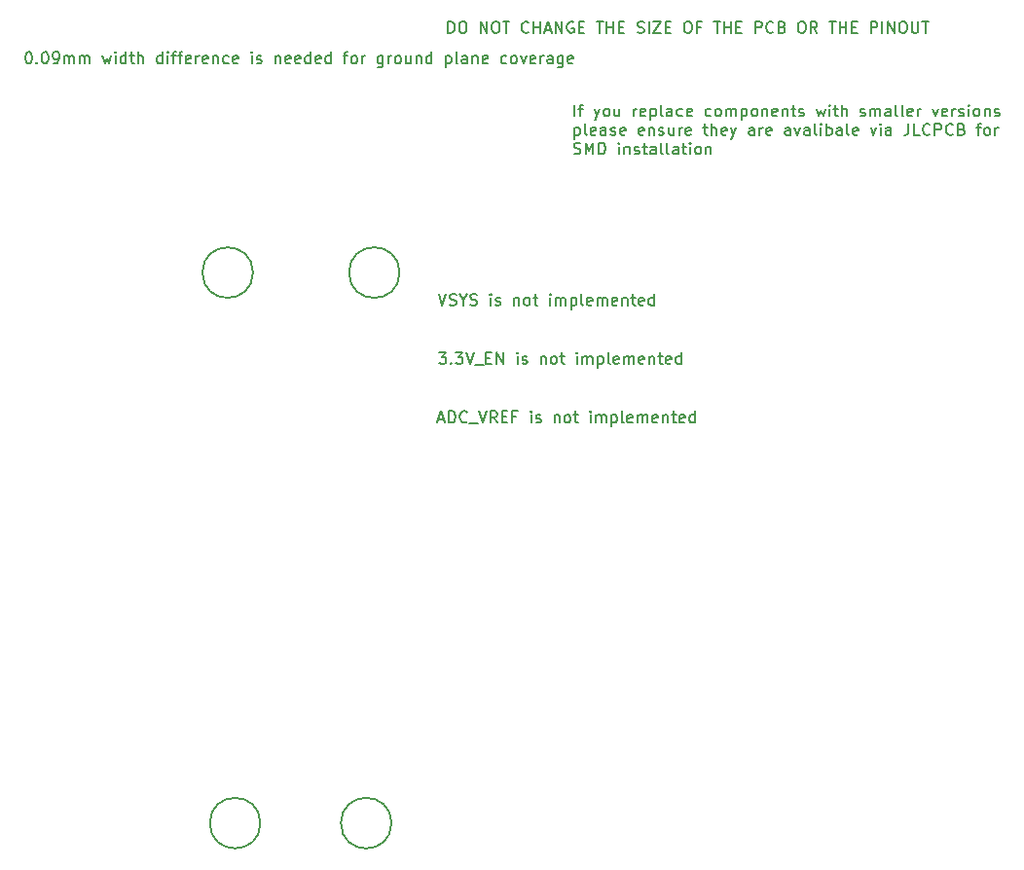
<source format=gbr>
G04 #@! TF.GenerationSoftware,KiCad,Pcbnew,(5.1.9)-1*
G04 #@! TF.CreationDate,2021-05-15T18:25:28+01:00*
G04 #@! TF.ProjectId,EnvOpenPico,456e764f-7065-46e5-9069-636f2e6b6963,REV1*
G04 #@! TF.SameCoordinates,Original*
G04 #@! TF.FileFunction,Other,Comment*
%FSLAX46Y46*%
G04 Gerber Fmt 4.6, Leading zero omitted, Abs format (unit mm)*
G04 Created by KiCad (PCBNEW (5.1.9)-1) date 2021-05-15 18:25:28*
%MOMM*%
%LPD*%
G01*
G04 APERTURE LIST*
%ADD10C,0.150000*%
G04 APERTURE END LIST*
D10*
X79984761Y-39727380D02*
X80080000Y-39727380D01*
X80175238Y-39775000D01*
X80222857Y-39822619D01*
X80270476Y-39917857D01*
X80318095Y-40108333D01*
X80318095Y-40346428D01*
X80270476Y-40536904D01*
X80222857Y-40632142D01*
X80175238Y-40679761D01*
X80080000Y-40727380D01*
X79984761Y-40727380D01*
X79889523Y-40679761D01*
X79841904Y-40632142D01*
X79794285Y-40536904D01*
X79746666Y-40346428D01*
X79746666Y-40108333D01*
X79794285Y-39917857D01*
X79841904Y-39822619D01*
X79889523Y-39775000D01*
X79984761Y-39727380D01*
X80746666Y-40632142D02*
X80794285Y-40679761D01*
X80746666Y-40727380D01*
X80699047Y-40679761D01*
X80746666Y-40632142D01*
X80746666Y-40727380D01*
X81413333Y-39727380D02*
X81508571Y-39727380D01*
X81603809Y-39775000D01*
X81651428Y-39822619D01*
X81699047Y-39917857D01*
X81746666Y-40108333D01*
X81746666Y-40346428D01*
X81699047Y-40536904D01*
X81651428Y-40632142D01*
X81603809Y-40679761D01*
X81508571Y-40727380D01*
X81413333Y-40727380D01*
X81318095Y-40679761D01*
X81270476Y-40632142D01*
X81222857Y-40536904D01*
X81175238Y-40346428D01*
X81175238Y-40108333D01*
X81222857Y-39917857D01*
X81270476Y-39822619D01*
X81318095Y-39775000D01*
X81413333Y-39727380D01*
X82222857Y-40727380D02*
X82413333Y-40727380D01*
X82508571Y-40679761D01*
X82556190Y-40632142D01*
X82651428Y-40489285D01*
X82699047Y-40298809D01*
X82699047Y-39917857D01*
X82651428Y-39822619D01*
X82603809Y-39775000D01*
X82508571Y-39727380D01*
X82318095Y-39727380D01*
X82222857Y-39775000D01*
X82175238Y-39822619D01*
X82127619Y-39917857D01*
X82127619Y-40155952D01*
X82175238Y-40251190D01*
X82222857Y-40298809D01*
X82318095Y-40346428D01*
X82508571Y-40346428D01*
X82603809Y-40298809D01*
X82651428Y-40251190D01*
X82699047Y-40155952D01*
X83127619Y-40727380D02*
X83127619Y-40060714D01*
X83127619Y-40155952D02*
X83175238Y-40108333D01*
X83270476Y-40060714D01*
X83413333Y-40060714D01*
X83508571Y-40108333D01*
X83556190Y-40203571D01*
X83556190Y-40727380D01*
X83556190Y-40203571D02*
X83603809Y-40108333D01*
X83699047Y-40060714D01*
X83841904Y-40060714D01*
X83937142Y-40108333D01*
X83984761Y-40203571D01*
X83984761Y-40727380D01*
X84460952Y-40727380D02*
X84460952Y-40060714D01*
X84460952Y-40155952D02*
X84508571Y-40108333D01*
X84603809Y-40060714D01*
X84746666Y-40060714D01*
X84841904Y-40108333D01*
X84889523Y-40203571D01*
X84889523Y-40727380D01*
X84889523Y-40203571D02*
X84937142Y-40108333D01*
X85032380Y-40060714D01*
X85175238Y-40060714D01*
X85270476Y-40108333D01*
X85318095Y-40203571D01*
X85318095Y-40727380D01*
X86460952Y-40060714D02*
X86651428Y-40727380D01*
X86841904Y-40251190D01*
X87032380Y-40727380D01*
X87222857Y-40060714D01*
X87603809Y-40727380D02*
X87603809Y-40060714D01*
X87603809Y-39727380D02*
X87556190Y-39775000D01*
X87603809Y-39822619D01*
X87651428Y-39775000D01*
X87603809Y-39727380D01*
X87603809Y-39822619D01*
X88508571Y-40727380D02*
X88508571Y-39727380D01*
X88508571Y-40679761D02*
X88413333Y-40727380D01*
X88222857Y-40727380D01*
X88127619Y-40679761D01*
X88080000Y-40632142D01*
X88032380Y-40536904D01*
X88032380Y-40251190D01*
X88080000Y-40155952D01*
X88127619Y-40108333D01*
X88222857Y-40060714D01*
X88413333Y-40060714D01*
X88508571Y-40108333D01*
X88841904Y-40060714D02*
X89222857Y-40060714D01*
X88984761Y-39727380D02*
X88984761Y-40584523D01*
X89032380Y-40679761D01*
X89127619Y-40727380D01*
X89222857Y-40727380D01*
X89556190Y-40727380D02*
X89556190Y-39727380D01*
X89984761Y-40727380D02*
X89984761Y-40203571D01*
X89937142Y-40108333D01*
X89841904Y-40060714D01*
X89699047Y-40060714D01*
X89603809Y-40108333D01*
X89556190Y-40155952D01*
X91651428Y-40727380D02*
X91651428Y-39727380D01*
X91651428Y-40679761D02*
X91556190Y-40727380D01*
X91365714Y-40727380D01*
X91270476Y-40679761D01*
X91222857Y-40632142D01*
X91175238Y-40536904D01*
X91175238Y-40251190D01*
X91222857Y-40155952D01*
X91270476Y-40108333D01*
X91365714Y-40060714D01*
X91556190Y-40060714D01*
X91651428Y-40108333D01*
X92127619Y-40727380D02*
X92127619Y-40060714D01*
X92127619Y-39727380D02*
X92080000Y-39775000D01*
X92127619Y-39822619D01*
X92175238Y-39775000D01*
X92127619Y-39727380D01*
X92127619Y-39822619D01*
X92460952Y-40060714D02*
X92841904Y-40060714D01*
X92603809Y-40727380D02*
X92603809Y-39870238D01*
X92651428Y-39775000D01*
X92746666Y-39727380D01*
X92841904Y-39727380D01*
X93032380Y-40060714D02*
X93413333Y-40060714D01*
X93175238Y-40727380D02*
X93175238Y-39870238D01*
X93222857Y-39775000D01*
X93318095Y-39727380D01*
X93413333Y-39727380D01*
X94127619Y-40679761D02*
X94032380Y-40727380D01*
X93841904Y-40727380D01*
X93746666Y-40679761D01*
X93699047Y-40584523D01*
X93699047Y-40203571D01*
X93746666Y-40108333D01*
X93841904Y-40060714D01*
X94032380Y-40060714D01*
X94127619Y-40108333D01*
X94175238Y-40203571D01*
X94175238Y-40298809D01*
X93699047Y-40394047D01*
X94603809Y-40727380D02*
X94603809Y-40060714D01*
X94603809Y-40251190D02*
X94651428Y-40155952D01*
X94699047Y-40108333D01*
X94794285Y-40060714D01*
X94889523Y-40060714D01*
X95603809Y-40679761D02*
X95508571Y-40727380D01*
X95318095Y-40727380D01*
X95222857Y-40679761D01*
X95175238Y-40584523D01*
X95175238Y-40203571D01*
X95222857Y-40108333D01*
X95318095Y-40060714D01*
X95508571Y-40060714D01*
X95603809Y-40108333D01*
X95651428Y-40203571D01*
X95651428Y-40298809D01*
X95175238Y-40394047D01*
X96080000Y-40060714D02*
X96080000Y-40727380D01*
X96080000Y-40155952D02*
X96127619Y-40108333D01*
X96222857Y-40060714D01*
X96365714Y-40060714D01*
X96460952Y-40108333D01*
X96508571Y-40203571D01*
X96508571Y-40727380D01*
X97413333Y-40679761D02*
X97318095Y-40727380D01*
X97127619Y-40727380D01*
X97032380Y-40679761D01*
X96984761Y-40632142D01*
X96937142Y-40536904D01*
X96937142Y-40251190D01*
X96984761Y-40155952D01*
X97032380Y-40108333D01*
X97127619Y-40060714D01*
X97318095Y-40060714D01*
X97413333Y-40108333D01*
X98222857Y-40679761D02*
X98127619Y-40727380D01*
X97937142Y-40727380D01*
X97841904Y-40679761D01*
X97794285Y-40584523D01*
X97794285Y-40203571D01*
X97841904Y-40108333D01*
X97937142Y-40060714D01*
X98127619Y-40060714D01*
X98222857Y-40108333D01*
X98270476Y-40203571D01*
X98270476Y-40298809D01*
X97794285Y-40394047D01*
X99460952Y-40727380D02*
X99460952Y-40060714D01*
X99460952Y-39727380D02*
X99413333Y-39775000D01*
X99460952Y-39822619D01*
X99508571Y-39775000D01*
X99460952Y-39727380D01*
X99460952Y-39822619D01*
X99889523Y-40679761D02*
X99984761Y-40727380D01*
X100175238Y-40727380D01*
X100270476Y-40679761D01*
X100318095Y-40584523D01*
X100318095Y-40536904D01*
X100270476Y-40441666D01*
X100175238Y-40394047D01*
X100032380Y-40394047D01*
X99937142Y-40346428D01*
X99889523Y-40251190D01*
X99889523Y-40203571D01*
X99937142Y-40108333D01*
X100032380Y-40060714D01*
X100175238Y-40060714D01*
X100270476Y-40108333D01*
X101508571Y-40060714D02*
X101508571Y-40727380D01*
X101508571Y-40155952D02*
X101556190Y-40108333D01*
X101651428Y-40060714D01*
X101794285Y-40060714D01*
X101889523Y-40108333D01*
X101937142Y-40203571D01*
X101937142Y-40727380D01*
X102794285Y-40679761D02*
X102699047Y-40727380D01*
X102508571Y-40727380D01*
X102413333Y-40679761D01*
X102365714Y-40584523D01*
X102365714Y-40203571D01*
X102413333Y-40108333D01*
X102508571Y-40060714D01*
X102699047Y-40060714D01*
X102794285Y-40108333D01*
X102841904Y-40203571D01*
X102841904Y-40298809D01*
X102365714Y-40394047D01*
X103651428Y-40679761D02*
X103556190Y-40727380D01*
X103365714Y-40727380D01*
X103270476Y-40679761D01*
X103222857Y-40584523D01*
X103222857Y-40203571D01*
X103270476Y-40108333D01*
X103365714Y-40060714D01*
X103556190Y-40060714D01*
X103651428Y-40108333D01*
X103699047Y-40203571D01*
X103699047Y-40298809D01*
X103222857Y-40394047D01*
X104556190Y-40727380D02*
X104556190Y-39727380D01*
X104556190Y-40679761D02*
X104460952Y-40727380D01*
X104270476Y-40727380D01*
X104175238Y-40679761D01*
X104127619Y-40632142D01*
X104080000Y-40536904D01*
X104080000Y-40251190D01*
X104127619Y-40155952D01*
X104175238Y-40108333D01*
X104270476Y-40060714D01*
X104460952Y-40060714D01*
X104556190Y-40108333D01*
X105413333Y-40679761D02*
X105318095Y-40727380D01*
X105127619Y-40727380D01*
X105032380Y-40679761D01*
X104984761Y-40584523D01*
X104984761Y-40203571D01*
X105032380Y-40108333D01*
X105127619Y-40060714D01*
X105318095Y-40060714D01*
X105413333Y-40108333D01*
X105460952Y-40203571D01*
X105460952Y-40298809D01*
X104984761Y-40394047D01*
X106318095Y-40727380D02*
X106318095Y-39727380D01*
X106318095Y-40679761D02*
X106222857Y-40727380D01*
X106032380Y-40727380D01*
X105937142Y-40679761D01*
X105889523Y-40632142D01*
X105841904Y-40536904D01*
X105841904Y-40251190D01*
X105889523Y-40155952D01*
X105937142Y-40108333D01*
X106032380Y-40060714D01*
X106222857Y-40060714D01*
X106318095Y-40108333D01*
X107413333Y-40060714D02*
X107794285Y-40060714D01*
X107556190Y-40727380D02*
X107556190Y-39870238D01*
X107603809Y-39775000D01*
X107699047Y-39727380D01*
X107794285Y-39727380D01*
X108270476Y-40727380D02*
X108175238Y-40679761D01*
X108127619Y-40632142D01*
X108080000Y-40536904D01*
X108080000Y-40251190D01*
X108127619Y-40155952D01*
X108175238Y-40108333D01*
X108270476Y-40060714D01*
X108413333Y-40060714D01*
X108508571Y-40108333D01*
X108556190Y-40155952D01*
X108603809Y-40251190D01*
X108603809Y-40536904D01*
X108556190Y-40632142D01*
X108508571Y-40679761D01*
X108413333Y-40727380D01*
X108270476Y-40727380D01*
X109032380Y-40727380D02*
X109032380Y-40060714D01*
X109032380Y-40251190D02*
X109080000Y-40155952D01*
X109127619Y-40108333D01*
X109222857Y-40060714D01*
X109318095Y-40060714D01*
X110841904Y-40060714D02*
X110841904Y-40870238D01*
X110794285Y-40965476D01*
X110746666Y-41013095D01*
X110651428Y-41060714D01*
X110508571Y-41060714D01*
X110413333Y-41013095D01*
X110841904Y-40679761D02*
X110746666Y-40727380D01*
X110556190Y-40727380D01*
X110460952Y-40679761D01*
X110413333Y-40632142D01*
X110365714Y-40536904D01*
X110365714Y-40251190D01*
X110413333Y-40155952D01*
X110460952Y-40108333D01*
X110556190Y-40060714D01*
X110746666Y-40060714D01*
X110841904Y-40108333D01*
X111318095Y-40727380D02*
X111318095Y-40060714D01*
X111318095Y-40251190D02*
X111365714Y-40155952D01*
X111413333Y-40108333D01*
X111508571Y-40060714D01*
X111603809Y-40060714D01*
X112079999Y-40727380D02*
X111984761Y-40679761D01*
X111937142Y-40632142D01*
X111889523Y-40536904D01*
X111889523Y-40251190D01*
X111937142Y-40155952D01*
X111984761Y-40108333D01*
X112079999Y-40060714D01*
X112222857Y-40060714D01*
X112318095Y-40108333D01*
X112365714Y-40155952D01*
X112413333Y-40251190D01*
X112413333Y-40536904D01*
X112365714Y-40632142D01*
X112318095Y-40679761D01*
X112222857Y-40727380D01*
X112079999Y-40727380D01*
X113270476Y-40060714D02*
X113270476Y-40727380D01*
X112841904Y-40060714D02*
X112841904Y-40584523D01*
X112889523Y-40679761D01*
X112984761Y-40727380D01*
X113127619Y-40727380D01*
X113222857Y-40679761D01*
X113270476Y-40632142D01*
X113746666Y-40060714D02*
X113746666Y-40727380D01*
X113746666Y-40155952D02*
X113794285Y-40108333D01*
X113889523Y-40060714D01*
X114032380Y-40060714D01*
X114127619Y-40108333D01*
X114175238Y-40203571D01*
X114175238Y-40727380D01*
X115079999Y-40727380D02*
X115079999Y-39727380D01*
X115079999Y-40679761D02*
X114984761Y-40727380D01*
X114794285Y-40727380D01*
X114699047Y-40679761D01*
X114651428Y-40632142D01*
X114603809Y-40536904D01*
X114603809Y-40251190D01*
X114651428Y-40155952D01*
X114699047Y-40108333D01*
X114794285Y-40060714D01*
X114984761Y-40060714D01*
X115079999Y-40108333D01*
X116318095Y-40060714D02*
X116318095Y-41060714D01*
X116318095Y-40108333D02*
X116413333Y-40060714D01*
X116603809Y-40060714D01*
X116699047Y-40108333D01*
X116746666Y-40155952D01*
X116794285Y-40251190D01*
X116794285Y-40536904D01*
X116746666Y-40632142D01*
X116699047Y-40679761D01*
X116603809Y-40727380D01*
X116413333Y-40727380D01*
X116318095Y-40679761D01*
X117365714Y-40727380D02*
X117270476Y-40679761D01*
X117222857Y-40584523D01*
X117222857Y-39727380D01*
X118175238Y-40727380D02*
X118175238Y-40203571D01*
X118127619Y-40108333D01*
X118032380Y-40060714D01*
X117841904Y-40060714D01*
X117746666Y-40108333D01*
X118175238Y-40679761D02*
X118079999Y-40727380D01*
X117841904Y-40727380D01*
X117746666Y-40679761D01*
X117699047Y-40584523D01*
X117699047Y-40489285D01*
X117746666Y-40394047D01*
X117841904Y-40346428D01*
X118079999Y-40346428D01*
X118175238Y-40298809D01*
X118651428Y-40060714D02*
X118651428Y-40727380D01*
X118651428Y-40155952D02*
X118699047Y-40108333D01*
X118794285Y-40060714D01*
X118937142Y-40060714D01*
X119032380Y-40108333D01*
X119079999Y-40203571D01*
X119079999Y-40727380D01*
X119937142Y-40679761D02*
X119841904Y-40727380D01*
X119651428Y-40727380D01*
X119556190Y-40679761D01*
X119508571Y-40584523D01*
X119508571Y-40203571D01*
X119556190Y-40108333D01*
X119651428Y-40060714D01*
X119841904Y-40060714D01*
X119937142Y-40108333D01*
X119984761Y-40203571D01*
X119984761Y-40298809D01*
X119508571Y-40394047D01*
X121603809Y-40679761D02*
X121508571Y-40727380D01*
X121318095Y-40727380D01*
X121222857Y-40679761D01*
X121175238Y-40632142D01*
X121127619Y-40536904D01*
X121127619Y-40251190D01*
X121175238Y-40155952D01*
X121222857Y-40108333D01*
X121318095Y-40060714D01*
X121508571Y-40060714D01*
X121603809Y-40108333D01*
X122175238Y-40727380D02*
X122079999Y-40679761D01*
X122032380Y-40632142D01*
X121984761Y-40536904D01*
X121984761Y-40251190D01*
X122032380Y-40155952D01*
X122079999Y-40108333D01*
X122175238Y-40060714D01*
X122318095Y-40060714D01*
X122413333Y-40108333D01*
X122460952Y-40155952D01*
X122508571Y-40251190D01*
X122508571Y-40536904D01*
X122460952Y-40632142D01*
X122413333Y-40679761D01*
X122318095Y-40727380D01*
X122175238Y-40727380D01*
X122841904Y-40060714D02*
X123079999Y-40727380D01*
X123318095Y-40060714D01*
X124079999Y-40679761D02*
X123984761Y-40727380D01*
X123794285Y-40727380D01*
X123699047Y-40679761D01*
X123651428Y-40584523D01*
X123651428Y-40203571D01*
X123699047Y-40108333D01*
X123794285Y-40060714D01*
X123984761Y-40060714D01*
X124079999Y-40108333D01*
X124127619Y-40203571D01*
X124127619Y-40298809D01*
X123651428Y-40394047D01*
X124556190Y-40727380D02*
X124556190Y-40060714D01*
X124556190Y-40251190D02*
X124603809Y-40155952D01*
X124651428Y-40108333D01*
X124746666Y-40060714D01*
X124841904Y-40060714D01*
X125603809Y-40727380D02*
X125603809Y-40203571D01*
X125556190Y-40108333D01*
X125460952Y-40060714D01*
X125270476Y-40060714D01*
X125175238Y-40108333D01*
X125603809Y-40679761D02*
X125508571Y-40727380D01*
X125270476Y-40727380D01*
X125175238Y-40679761D01*
X125127619Y-40584523D01*
X125127619Y-40489285D01*
X125175238Y-40394047D01*
X125270476Y-40346428D01*
X125508571Y-40346428D01*
X125603809Y-40298809D01*
X126508571Y-40060714D02*
X126508571Y-40870238D01*
X126460952Y-40965476D01*
X126413333Y-41013095D01*
X126318095Y-41060714D01*
X126175238Y-41060714D01*
X126079999Y-41013095D01*
X126508571Y-40679761D02*
X126413333Y-40727380D01*
X126222857Y-40727380D01*
X126127619Y-40679761D01*
X126079999Y-40632142D01*
X126032380Y-40536904D01*
X126032380Y-40251190D01*
X126079999Y-40155952D01*
X126127619Y-40108333D01*
X126222857Y-40060714D01*
X126413333Y-40060714D01*
X126508571Y-40108333D01*
X127365714Y-40679761D02*
X127270476Y-40727380D01*
X127079999Y-40727380D01*
X126984761Y-40679761D01*
X126937142Y-40584523D01*
X126937142Y-40203571D01*
X126984761Y-40108333D01*
X127079999Y-40060714D01*
X127270476Y-40060714D01*
X127365714Y-40108333D01*
X127413333Y-40203571D01*
X127413333Y-40298809D01*
X126937142Y-40394047D01*
X115692738Y-60777380D02*
X116026071Y-61777380D01*
X116359404Y-60777380D01*
X116645119Y-61729761D02*
X116787976Y-61777380D01*
X117026071Y-61777380D01*
X117121309Y-61729761D01*
X117168928Y-61682142D01*
X117216547Y-61586904D01*
X117216547Y-61491666D01*
X117168928Y-61396428D01*
X117121309Y-61348809D01*
X117026071Y-61301190D01*
X116835595Y-61253571D01*
X116740357Y-61205952D01*
X116692738Y-61158333D01*
X116645119Y-61063095D01*
X116645119Y-60967857D01*
X116692738Y-60872619D01*
X116740357Y-60825000D01*
X116835595Y-60777380D01*
X117073690Y-60777380D01*
X117216547Y-60825000D01*
X117835595Y-61301190D02*
X117835595Y-61777380D01*
X117502261Y-60777380D02*
X117835595Y-61301190D01*
X118168928Y-60777380D01*
X118454642Y-61729761D02*
X118597500Y-61777380D01*
X118835595Y-61777380D01*
X118930833Y-61729761D01*
X118978452Y-61682142D01*
X119026071Y-61586904D01*
X119026071Y-61491666D01*
X118978452Y-61396428D01*
X118930833Y-61348809D01*
X118835595Y-61301190D01*
X118645119Y-61253571D01*
X118549880Y-61205952D01*
X118502261Y-61158333D01*
X118454642Y-61063095D01*
X118454642Y-60967857D01*
X118502261Y-60872619D01*
X118549880Y-60825000D01*
X118645119Y-60777380D01*
X118883214Y-60777380D01*
X119026071Y-60825000D01*
X120216547Y-61777380D02*
X120216547Y-61110714D01*
X120216547Y-60777380D02*
X120168928Y-60825000D01*
X120216547Y-60872619D01*
X120264166Y-60825000D01*
X120216547Y-60777380D01*
X120216547Y-60872619D01*
X120645119Y-61729761D02*
X120740357Y-61777380D01*
X120930833Y-61777380D01*
X121026071Y-61729761D01*
X121073690Y-61634523D01*
X121073690Y-61586904D01*
X121026071Y-61491666D01*
X120930833Y-61444047D01*
X120787976Y-61444047D01*
X120692738Y-61396428D01*
X120645119Y-61301190D01*
X120645119Y-61253571D01*
X120692738Y-61158333D01*
X120787976Y-61110714D01*
X120930833Y-61110714D01*
X121026071Y-61158333D01*
X122264166Y-61110714D02*
X122264166Y-61777380D01*
X122264166Y-61205952D02*
X122311785Y-61158333D01*
X122407023Y-61110714D01*
X122549880Y-61110714D01*
X122645119Y-61158333D01*
X122692738Y-61253571D01*
X122692738Y-61777380D01*
X123311785Y-61777380D02*
X123216547Y-61729761D01*
X123168928Y-61682142D01*
X123121309Y-61586904D01*
X123121309Y-61301190D01*
X123168928Y-61205952D01*
X123216547Y-61158333D01*
X123311785Y-61110714D01*
X123454642Y-61110714D01*
X123549880Y-61158333D01*
X123597500Y-61205952D01*
X123645119Y-61301190D01*
X123645119Y-61586904D01*
X123597500Y-61682142D01*
X123549880Y-61729761D01*
X123454642Y-61777380D01*
X123311785Y-61777380D01*
X123930833Y-61110714D02*
X124311785Y-61110714D01*
X124073690Y-60777380D02*
X124073690Y-61634523D01*
X124121309Y-61729761D01*
X124216547Y-61777380D01*
X124311785Y-61777380D01*
X125407023Y-61777380D02*
X125407023Y-61110714D01*
X125407023Y-60777380D02*
X125359404Y-60825000D01*
X125407023Y-60872619D01*
X125454642Y-60825000D01*
X125407023Y-60777380D01*
X125407023Y-60872619D01*
X125883214Y-61777380D02*
X125883214Y-61110714D01*
X125883214Y-61205952D02*
X125930833Y-61158333D01*
X126026071Y-61110714D01*
X126168928Y-61110714D01*
X126264166Y-61158333D01*
X126311785Y-61253571D01*
X126311785Y-61777380D01*
X126311785Y-61253571D02*
X126359404Y-61158333D01*
X126454642Y-61110714D01*
X126597500Y-61110714D01*
X126692738Y-61158333D01*
X126740357Y-61253571D01*
X126740357Y-61777380D01*
X127216547Y-61110714D02*
X127216547Y-62110714D01*
X127216547Y-61158333D02*
X127311785Y-61110714D01*
X127502261Y-61110714D01*
X127597500Y-61158333D01*
X127645119Y-61205952D01*
X127692738Y-61301190D01*
X127692738Y-61586904D01*
X127645119Y-61682142D01*
X127597500Y-61729761D01*
X127502261Y-61777380D01*
X127311785Y-61777380D01*
X127216547Y-61729761D01*
X128264166Y-61777380D02*
X128168928Y-61729761D01*
X128121309Y-61634523D01*
X128121309Y-60777380D01*
X129026071Y-61729761D02*
X128930833Y-61777380D01*
X128740357Y-61777380D01*
X128645119Y-61729761D01*
X128597500Y-61634523D01*
X128597500Y-61253571D01*
X128645119Y-61158333D01*
X128740357Y-61110714D01*
X128930833Y-61110714D01*
X129026071Y-61158333D01*
X129073690Y-61253571D01*
X129073690Y-61348809D01*
X128597500Y-61444047D01*
X129502261Y-61777380D02*
X129502261Y-61110714D01*
X129502261Y-61205952D02*
X129549880Y-61158333D01*
X129645119Y-61110714D01*
X129787976Y-61110714D01*
X129883214Y-61158333D01*
X129930833Y-61253571D01*
X129930833Y-61777380D01*
X129930833Y-61253571D02*
X129978452Y-61158333D01*
X130073690Y-61110714D01*
X130216547Y-61110714D01*
X130311785Y-61158333D01*
X130359404Y-61253571D01*
X130359404Y-61777380D01*
X131216547Y-61729761D02*
X131121309Y-61777380D01*
X130930833Y-61777380D01*
X130835595Y-61729761D01*
X130787976Y-61634523D01*
X130787976Y-61253571D01*
X130835595Y-61158333D01*
X130930833Y-61110714D01*
X131121309Y-61110714D01*
X131216547Y-61158333D01*
X131264166Y-61253571D01*
X131264166Y-61348809D01*
X130787976Y-61444047D01*
X131692738Y-61110714D02*
X131692738Y-61777380D01*
X131692738Y-61205952D02*
X131740357Y-61158333D01*
X131835595Y-61110714D01*
X131978452Y-61110714D01*
X132073690Y-61158333D01*
X132121309Y-61253571D01*
X132121309Y-61777380D01*
X132454642Y-61110714D02*
X132835595Y-61110714D01*
X132597500Y-60777380D02*
X132597500Y-61634523D01*
X132645119Y-61729761D01*
X132740357Y-61777380D01*
X132835595Y-61777380D01*
X133549880Y-61729761D02*
X133454642Y-61777380D01*
X133264166Y-61777380D01*
X133168928Y-61729761D01*
X133121309Y-61634523D01*
X133121309Y-61253571D01*
X133168928Y-61158333D01*
X133264166Y-61110714D01*
X133454642Y-61110714D01*
X133549880Y-61158333D01*
X133597500Y-61253571D01*
X133597500Y-61348809D01*
X133121309Y-61444047D01*
X134454642Y-61777380D02*
X134454642Y-60777380D01*
X134454642Y-61729761D02*
X134359404Y-61777380D01*
X134168928Y-61777380D01*
X134073690Y-61729761D01*
X134026071Y-61682142D01*
X133978452Y-61586904D01*
X133978452Y-61301190D01*
X134026071Y-61205952D01*
X134073690Y-61158333D01*
X134168928Y-61110714D01*
X134359404Y-61110714D01*
X134454642Y-61158333D01*
X115740357Y-65877380D02*
X116359404Y-65877380D01*
X116026071Y-66258333D01*
X116168928Y-66258333D01*
X116264166Y-66305952D01*
X116311785Y-66353571D01*
X116359404Y-66448809D01*
X116359404Y-66686904D01*
X116311785Y-66782142D01*
X116264166Y-66829761D01*
X116168928Y-66877380D01*
X115883214Y-66877380D01*
X115787976Y-66829761D01*
X115740357Y-66782142D01*
X116787976Y-66782142D02*
X116835595Y-66829761D01*
X116787976Y-66877380D01*
X116740357Y-66829761D01*
X116787976Y-66782142D01*
X116787976Y-66877380D01*
X117168928Y-65877380D02*
X117787976Y-65877380D01*
X117454642Y-66258333D01*
X117597500Y-66258333D01*
X117692738Y-66305952D01*
X117740357Y-66353571D01*
X117787976Y-66448809D01*
X117787976Y-66686904D01*
X117740357Y-66782142D01*
X117692738Y-66829761D01*
X117597500Y-66877380D01*
X117311785Y-66877380D01*
X117216547Y-66829761D01*
X117168928Y-66782142D01*
X118073690Y-65877380D02*
X118407023Y-66877380D01*
X118740357Y-65877380D01*
X118835595Y-66972619D02*
X119597500Y-66972619D01*
X119835595Y-66353571D02*
X120168928Y-66353571D01*
X120311785Y-66877380D02*
X119835595Y-66877380D01*
X119835595Y-65877380D01*
X120311785Y-65877380D01*
X120740357Y-66877380D02*
X120740357Y-65877380D01*
X121311785Y-66877380D01*
X121311785Y-65877380D01*
X122549880Y-66877380D02*
X122549880Y-66210714D01*
X122549880Y-65877380D02*
X122502261Y-65925000D01*
X122549880Y-65972619D01*
X122597500Y-65925000D01*
X122549880Y-65877380D01*
X122549880Y-65972619D01*
X122978452Y-66829761D02*
X123073690Y-66877380D01*
X123264166Y-66877380D01*
X123359404Y-66829761D01*
X123407023Y-66734523D01*
X123407023Y-66686904D01*
X123359404Y-66591666D01*
X123264166Y-66544047D01*
X123121309Y-66544047D01*
X123026071Y-66496428D01*
X122978452Y-66401190D01*
X122978452Y-66353571D01*
X123026071Y-66258333D01*
X123121309Y-66210714D01*
X123264166Y-66210714D01*
X123359404Y-66258333D01*
X124597500Y-66210714D02*
X124597500Y-66877380D01*
X124597500Y-66305952D02*
X124645119Y-66258333D01*
X124740357Y-66210714D01*
X124883214Y-66210714D01*
X124978452Y-66258333D01*
X125026071Y-66353571D01*
X125026071Y-66877380D01*
X125645119Y-66877380D02*
X125549880Y-66829761D01*
X125502261Y-66782142D01*
X125454642Y-66686904D01*
X125454642Y-66401190D01*
X125502261Y-66305952D01*
X125549880Y-66258333D01*
X125645119Y-66210714D01*
X125787976Y-66210714D01*
X125883214Y-66258333D01*
X125930833Y-66305952D01*
X125978452Y-66401190D01*
X125978452Y-66686904D01*
X125930833Y-66782142D01*
X125883214Y-66829761D01*
X125787976Y-66877380D01*
X125645119Y-66877380D01*
X126264166Y-66210714D02*
X126645119Y-66210714D01*
X126407023Y-65877380D02*
X126407023Y-66734523D01*
X126454642Y-66829761D01*
X126549880Y-66877380D01*
X126645119Y-66877380D01*
X127740357Y-66877380D02*
X127740357Y-66210714D01*
X127740357Y-65877380D02*
X127692738Y-65925000D01*
X127740357Y-65972619D01*
X127787976Y-65925000D01*
X127740357Y-65877380D01*
X127740357Y-65972619D01*
X128216547Y-66877380D02*
X128216547Y-66210714D01*
X128216547Y-66305952D02*
X128264166Y-66258333D01*
X128359404Y-66210714D01*
X128502261Y-66210714D01*
X128597500Y-66258333D01*
X128645119Y-66353571D01*
X128645119Y-66877380D01*
X128645119Y-66353571D02*
X128692738Y-66258333D01*
X128787976Y-66210714D01*
X128930833Y-66210714D01*
X129026071Y-66258333D01*
X129073690Y-66353571D01*
X129073690Y-66877380D01*
X129549880Y-66210714D02*
X129549880Y-67210714D01*
X129549880Y-66258333D02*
X129645119Y-66210714D01*
X129835595Y-66210714D01*
X129930833Y-66258333D01*
X129978452Y-66305952D01*
X130026071Y-66401190D01*
X130026071Y-66686904D01*
X129978452Y-66782142D01*
X129930833Y-66829761D01*
X129835595Y-66877380D01*
X129645119Y-66877380D01*
X129549880Y-66829761D01*
X130597500Y-66877380D02*
X130502261Y-66829761D01*
X130454642Y-66734523D01*
X130454642Y-65877380D01*
X131359404Y-66829761D02*
X131264166Y-66877380D01*
X131073690Y-66877380D01*
X130978452Y-66829761D01*
X130930833Y-66734523D01*
X130930833Y-66353571D01*
X130978452Y-66258333D01*
X131073690Y-66210714D01*
X131264166Y-66210714D01*
X131359404Y-66258333D01*
X131407023Y-66353571D01*
X131407023Y-66448809D01*
X130930833Y-66544047D01*
X131835595Y-66877380D02*
X131835595Y-66210714D01*
X131835595Y-66305952D02*
X131883214Y-66258333D01*
X131978452Y-66210714D01*
X132121309Y-66210714D01*
X132216547Y-66258333D01*
X132264166Y-66353571D01*
X132264166Y-66877380D01*
X132264166Y-66353571D02*
X132311785Y-66258333D01*
X132407023Y-66210714D01*
X132549880Y-66210714D01*
X132645119Y-66258333D01*
X132692738Y-66353571D01*
X132692738Y-66877380D01*
X133549880Y-66829761D02*
X133454642Y-66877380D01*
X133264166Y-66877380D01*
X133168928Y-66829761D01*
X133121309Y-66734523D01*
X133121309Y-66353571D01*
X133168928Y-66258333D01*
X133264166Y-66210714D01*
X133454642Y-66210714D01*
X133549880Y-66258333D01*
X133597500Y-66353571D01*
X133597500Y-66448809D01*
X133121309Y-66544047D01*
X134026071Y-66210714D02*
X134026071Y-66877380D01*
X134026071Y-66305952D02*
X134073690Y-66258333D01*
X134168928Y-66210714D01*
X134311785Y-66210714D01*
X134407023Y-66258333D01*
X134454642Y-66353571D01*
X134454642Y-66877380D01*
X134787976Y-66210714D02*
X135168928Y-66210714D01*
X134930833Y-65877380D02*
X134930833Y-66734523D01*
X134978452Y-66829761D01*
X135073690Y-66877380D01*
X135168928Y-66877380D01*
X135883214Y-66829761D02*
X135787976Y-66877380D01*
X135597500Y-66877380D01*
X135502261Y-66829761D01*
X135454642Y-66734523D01*
X135454642Y-66353571D01*
X135502261Y-66258333D01*
X135597500Y-66210714D01*
X135787976Y-66210714D01*
X135883214Y-66258333D01*
X135930833Y-66353571D01*
X135930833Y-66448809D01*
X135454642Y-66544047D01*
X136787976Y-66877380D02*
X136787976Y-65877380D01*
X136787976Y-66829761D02*
X136692738Y-66877380D01*
X136502261Y-66877380D01*
X136407023Y-66829761D01*
X136359404Y-66782142D01*
X136311785Y-66686904D01*
X136311785Y-66401190D01*
X136359404Y-66305952D01*
X136407023Y-66258333D01*
X136502261Y-66210714D01*
X136692738Y-66210714D01*
X136787976Y-66258333D01*
X115687976Y-71691666D02*
X116164166Y-71691666D01*
X115592738Y-71977380D02*
X115926071Y-70977380D01*
X116259404Y-71977380D01*
X116592738Y-71977380D02*
X116592738Y-70977380D01*
X116830833Y-70977380D01*
X116973690Y-71025000D01*
X117068928Y-71120238D01*
X117116547Y-71215476D01*
X117164166Y-71405952D01*
X117164166Y-71548809D01*
X117116547Y-71739285D01*
X117068928Y-71834523D01*
X116973690Y-71929761D01*
X116830833Y-71977380D01*
X116592738Y-71977380D01*
X118164166Y-71882142D02*
X118116547Y-71929761D01*
X117973690Y-71977380D01*
X117878452Y-71977380D01*
X117735595Y-71929761D01*
X117640357Y-71834523D01*
X117592738Y-71739285D01*
X117545119Y-71548809D01*
X117545119Y-71405952D01*
X117592738Y-71215476D01*
X117640357Y-71120238D01*
X117735595Y-71025000D01*
X117878452Y-70977380D01*
X117973690Y-70977380D01*
X118116547Y-71025000D01*
X118164166Y-71072619D01*
X118354642Y-72072619D02*
X119116547Y-72072619D01*
X119211785Y-70977380D02*
X119545119Y-71977380D01*
X119878452Y-70977380D01*
X120783214Y-71977380D02*
X120449880Y-71501190D01*
X120211785Y-71977380D02*
X120211785Y-70977380D01*
X120592738Y-70977380D01*
X120687976Y-71025000D01*
X120735595Y-71072619D01*
X120783214Y-71167857D01*
X120783214Y-71310714D01*
X120735595Y-71405952D01*
X120687976Y-71453571D01*
X120592738Y-71501190D01*
X120211785Y-71501190D01*
X121211785Y-71453571D02*
X121545119Y-71453571D01*
X121687976Y-71977380D02*
X121211785Y-71977380D01*
X121211785Y-70977380D01*
X121687976Y-70977380D01*
X122449880Y-71453571D02*
X122116547Y-71453571D01*
X122116547Y-71977380D02*
X122116547Y-70977380D01*
X122592738Y-70977380D01*
X123735595Y-71977380D02*
X123735595Y-71310714D01*
X123735595Y-70977380D02*
X123687976Y-71025000D01*
X123735595Y-71072619D01*
X123783214Y-71025000D01*
X123735595Y-70977380D01*
X123735595Y-71072619D01*
X124164166Y-71929761D02*
X124259404Y-71977380D01*
X124449880Y-71977380D01*
X124545119Y-71929761D01*
X124592738Y-71834523D01*
X124592738Y-71786904D01*
X124545119Y-71691666D01*
X124449880Y-71644047D01*
X124307023Y-71644047D01*
X124211785Y-71596428D01*
X124164166Y-71501190D01*
X124164166Y-71453571D01*
X124211785Y-71358333D01*
X124307023Y-71310714D01*
X124449880Y-71310714D01*
X124545119Y-71358333D01*
X125783214Y-71310714D02*
X125783214Y-71977380D01*
X125783214Y-71405952D02*
X125830833Y-71358333D01*
X125926071Y-71310714D01*
X126068928Y-71310714D01*
X126164166Y-71358333D01*
X126211785Y-71453571D01*
X126211785Y-71977380D01*
X126830833Y-71977380D02*
X126735595Y-71929761D01*
X126687976Y-71882142D01*
X126640357Y-71786904D01*
X126640357Y-71501190D01*
X126687976Y-71405952D01*
X126735595Y-71358333D01*
X126830833Y-71310714D01*
X126973690Y-71310714D01*
X127068928Y-71358333D01*
X127116547Y-71405952D01*
X127164166Y-71501190D01*
X127164166Y-71786904D01*
X127116547Y-71882142D01*
X127068928Y-71929761D01*
X126973690Y-71977380D01*
X126830833Y-71977380D01*
X127449880Y-71310714D02*
X127830833Y-71310714D01*
X127592738Y-70977380D02*
X127592738Y-71834523D01*
X127640357Y-71929761D01*
X127735595Y-71977380D01*
X127830833Y-71977380D01*
X128926071Y-71977380D02*
X128926071Y-71310714D01*
X128926071Y-70977380D02*
X128878452Y-71025000D01*
X128926071Y-71072619D01*
X128973690Y-71025000D01*
X128926071Y-70977380D01*
X128926071Y-71072619D01*
X129402261Y-71977380D02*
X129402261Y-71310714D01*
X129402261Y-71405952D02*
X129449880Y-71358333D01*
X129545119Y-71310714D01*
X129687976Y-71310714D01*
X129783214Y-71358333D01*
X129830833Y-71453571D01*
X129830833Y-71977380D01*
X129830833Y-71453571D02*
X129878452Y-71358333D01*
X129973690Y-71310714D01*
X130116547Y-71310714D01*
X130211785Y-71358333D01*
X130259404Y-71453571D01*
X130259404Y-71977380D01*
X130735595Y-71310714D02*
X130735595Y-72310714D01*
X130735595Y-71358333D02*
X130830833Y-71310714D01*
X131021309Y-71310714D01*
X131116547Y-71358333D01*
X131164166Y-71405952D01*
X131211785Y-71501190D01*
X131211785Y-71786904D01*
X131164166Y-71882142D01*
X131116547Y-71929761D01*
X131021309Y-71977380D01*
X130830833Y-71977380D01*
X130735595Y-71929761D01*
X131783214Y-71977380D02*
X131687976Y-71929761D01*
X131640357Y-71834523D01*
X131640357Y-70977380D01*
X132545119Y-71929761D02*
X132449880Y-71977380D01*
X132259404Y-71977380D01*
X132164166Y-71929761D01*
X132116547Y-71834523D01*
X132116547Y-71453571D01*
X132164166Y-71358333D01*
X132259404Y-71310714D01*
X132449880Y-71310714D01*
X132545119Y-71358333D01*
X132592738Y-71453571D01*
X132592738Y-71548809D01*
X132116547Y-71644047D01*
X133021309Y-71977380D02*
X133021309Y-71310714D01*
X133021309Y-71405952D02*
X133068928Y-71358333D01*
X133164166Y-71310714D01*
X133307023Y-71310714D01*
X133402261Y-71358333D01*
X133449880Y-71453571D01*
X133449880Y-71977380D01*
X133449880Y-71453571D02*
X133497500Y-71358333D01*
X133592738Y-71310714D01*
X133735595Y-71310714D01*
X133830833Y-71358333D01*
X133878452Y-71453571D01*
X133878452Y-71977380D01*
X134735595Y-71929761D02*
X134640357Y-71977380D01*
X134449880Y-71977380D01*
X134354642Y-71929761D01*
X134307023Y-71834523D01*
X134307023Y-71453571D01*
X134354642Y-71358333D01*
X134449880Y-71310714D01*
X134640357Y-71310714D01*
X134735595Y-71358333D01*
X134783214Y-71453571D01*
X134783214Y-71548809D01*
X134307023Y-71644047D01*
X135211785Y-71310714D02*
X135211785Y-71977380D01*
X135211785Y-71405952D02*
X135259404Y-71358333D01*
X135354642Y-71310714D01*
X135497500Y-71310714D01*
X135592738Y-71358333D01*
X135640357Y-71453571D01*
X135640357Y-71977380D01*
X135973690Y-71310714D02*
X136354642Y-71310714D01*
X136116547Y-70977380D02*
X136116547Y-71834523D01*
X136164166Y-71929761D01*
X136259404Y-71977380D01*
X136354642Y-71977380D01*
X137068928Y-71929761D02*
X136973690Y-71977380D01*
X136783214Y-71977380D01*
X136687976Y-71929761D01*
X136640357Y-71834523D01*
X136640357Y-71453571D01*
X136687976Y-71358333D01*
X136783214Y-71310714D01*
X136973690Y-71310714D01*
X137068928Y-71358333D01*
X137116547Y-71453571D01*
X137116547Y-71548809D01*
X136640357Y-71644047D01*
X137973690Y-71977380D02*
X137973690Y-70977380D01*
X137973690Y-71929761D02*
X137878452Y-71977380D01*
X137687976Y-71977380D01*
X137592738Y-71929761D01*
X137545119Y-71882142D01*
X137497500Y-71786904D01*
X137497500Y-71501190D01*
X137545119Y-71405952D01*
X137592738Y-71358333D01*
X137687976Y-71310714D01*
X137878452Y-71310714D01*
X137973690Y-71358333D01*
X127525595Y-45327380D02*
X127525595Y-44327380D01*
X127858928Y-44660714D02*
X128239880Y-44660714D01*
X128001785Y-45327380D02*
X128001785Y-44470238D01*
X128049404Y-44375000D01*
X128144642Y-44327380D01*
X128239880Y-44327380D01*
X129239880Y-44660714D02*
X129477976Y-45327380D01*
X129716071Y-44660714D02*
X129477976Y-45327380D01*
X129382738Y-45565476D01*
X129335119Y-45613095D01*
X129239880Y-45660714D01*
X130239880Y-45327380D02*
X130144642Y-45279761D01*
X130097023Y-45232142D01*
X130049404Y-45136904D01*
X130049404Y-44851190D01*
X130097023Y-44755952D01*
X130144642Y-44708333D01*
X130239880Y-44660714D01*
X130382738Y-44660714D01*
X130477976Y-44708333D01*
X130525595Y-44755952D01*
X130573214Y-44851190D01*
X130573214Y-45136904D01*
X130525595Y-45232142D01*
X130477976Y-45279761D01*
X130382738Y-45327380D01*
X130239880Y-45327380D01*
X131430357Y-44660714D02*
X131430357Y-45327380D01*
X131001785Y-44660714D02*
X131001785Y-45184523D01*
X131049404Y-45279761D01*
X131144642Y-45327380D01*
X131287500Y-45327380D01*
X131382738Y-45279761D01*
X131430357Y-45232142D01*
X132668452Y-45327380D02*
X132668452Y-44660714D01*
X132668452Y-44851190D02*
X132716071Y-44755952D01*
X132763690Y-44708333D01*
X132858928Y-44660714D01*
X132954166Y-44660714D01*
X133668452Y-45279761D02*
X133573214Y-45327380D01*
X133382738Y-45327380D01*
X133287500Y-45279761D01*
X133239880Y-45184523D01*
X133239880Y-44803571D01*
X133287500Y-44708333D01*
X133382738Y-44660714D01*
X133573214Y-44660714D01*
X133668452Y-44708333D01*
X133716071Y-44803571D01*
X133716071Y-44898809D01*
X133239880Y-44994047D01*
X134144642Y-44660714D02*
X134144642Y-45660714D01*
X134144642Y-44708333D02*
X134239880Y-44660714D01*
X134430357Y-44660714D01*
X134525595Y-44708333D01*
X134573214Y-44755952D01*
X134620833Y-44851190D01*
X134620833Y-45136904D01*
X134573214Y-45232142D01*
X134525595Y-45279761D01*
X134430357Y-45327380D01*
X134239880Y-45327380D01*
X134144642Y-45279761D01*
X135192261Y-45327380D02*
X135097023Y-45279761D01*
X135049404Y-45184523D01*
X135049404Y-44327380D01*
X136001785Y-45327380D02*
X136001785Y-44803571D01*
X135954166Y-44708333D01*
X135858928Y-44660714D01*
X135668452Y-44660714D01*
X135573214Y-44708333D01*
X136001785Y-45279761D02*
X135906547Y-45327380D01*
X135668452Y-45327380D01*
X135573214Y-45279761D01*
X135525595Y-45184523D01*
X135525595Y-45089285D01*
X135573214Y-44994047D01*
X135668452Y-44946428D01*
X135906547Y-44946428D01*
X136001785Y-44898809D01*
X136906547Y-45279761D02*
X136811309Y-45327380D01*
X136620833Y-45327380D01*
X136525595Y-45279761D01*
X136477976Y-45232142D01*
X136430357Y-45136904D01*
X136430357Y-44851190D01*
X136477976Y-44755952D01*
X136525595Y-44708333D01*
X136620833Y-44660714D01*
X136811309Y-44660714D01*
X136906547Y-44708333D01*
X137716071Y-45279761D02*
X137620833Y-45327380D01*
X137430357Y-45327380D01*
X137335119Y-45279761D01*
X137287500Y-45184523D01*
X137287500Y-44803571D01*
X137335119Y-44708333D01*
X137430357Y-44660714D01*
X137620833Y-44660714D01*
X137716071Y-44708333D01*
X137763690Y-44803571D01*
X137763690Y-44898809D01*
X137287500Y-44994047D01*
X139382738Y-45279761D02*
X139287500Y-45327380D01*
X139097023Y-45327380D01*
X139001785Y-45279761D01*
X138954166Y-45232142D01*
X138906547Y-45136904D01*
X138906547Y-44851190D01*
X138954166Y-44755952D01*
X139001785Y-44708333D01*
X139097023Y-44660714D01*
X139287500Y-44660714D01*
X139382738Y-44708333D01*
X139954166Y-45327380D02*
X139858928Y-45279761D01*
X139811309Y-45232142D01*
X139763690Y-45136904D01*
X139763690Y-44851190D01*
X139811309Y-44755952D01*
X139858928Y-44708333D01*
X139954166Y-44660714D01*
X140097023Y-44660714D01*
X140192261Y-44708333D01*
X140239880Y-44755952D01*
X140287500Y-44851190D01*
X140287500Y-45136904D01*
X140239880Y-45232142D01*
X140192261Y-45279761D01*
X140097023Y-45327380D01*
X139954166Y-45327380D01*
X140716071Y-45327380D02*
X140716071Y-44660714D01*
X140716071Y-44755952D02*
X140763690Y-44708333D01*
X140858928Y-44660714D01*
X141001785Y-44660714D01*
X141097023Y-44708333D01*
X141144642Y-44803571D01*
X141144642Y-45327380D01*
X141144642Y-44803571D02*
X141192261Y-44708333D01*
X141287500Y-44660714D01*
X141430357Y-44660714D01*
X141525595Y-44708333D01*
X141573214Y-44803571D01*
X141573214Y-45327380D01*
X142049404Y-44660714D02*
X142049404Y-45660714D01*
X142049404Y-44708333D02*
X142144642Y-44660714D01*
X142335119Y-44660714D01*
X142430357Y-44708333D01*
X142477976Y-44755952D01*
X142525595Y-44851190D01*
X142525595Y-45136904D01*
X142477976Y-45232142D01*
X142430357Y-45279761D01*
X142335119Y-45327380D01*
X142144642Y-45327380D01*
X142049404Y-45279761D01*
X143097023Y-45327380D02*
X143001785Y-45279761D01*
X142954166Y-45232142D01*
X142906547Y-45136904D01*
X142906547Y-44851190D01*
X142954166Y-44755952D01*
X143001785Y-44708333D01*
X143097023Y-44660714D01*
X143239880Y-44660714D01*
X143335119Y-44708333D01*
X143382738Y-44755952D01*
X143430357Y-44851190D01*
X143430357Y-45136904D01*
X143382738Y-45232142D01*
X143335119Y-45279761D01*
X143239880Y-45327380D01*
X143097023Y-45327380D01*
X143858928Y-44660714D02*
X143858928Y-45327380D01*
X143858928Y-44755952D02*
X143906547Y-44708333D01*
X144001785Y-44660714D01*
X144144642Y-44660714D01*
X144239880Y-44708333D01*
X144287500Y-44803571D01*
X144287500Y-45327380D01*
X145144642Y-45279761D02*
X145049404Y-45327380D01*
X144858928Y-45327380D01*
X144763690Y-45279761D01*
X144716071Y-45184523D01*
X144716071Y-44803571D01*
X144763690Y-44708333D01*
X144858928Y-44660714D01*
X145049404Y-44660714D01*
X145144642Y-44708333D01*
X145192261Y-44803571D01*
X145192261Y-44898809D01*
X144716071Y-44994047D01*
X145620833Y-44660714D02*
X145620833Y-45327380D01*
X145620833Y-44755952D02*
X145668452Y-44708333D01*
X145763690Y-44660714D01*
X145906547Y-44660714D01*
X146001785Y-44708333D01*
X146049404Y-44803571D01*
X146049404Y-45327380D01*
X146382738Y-44660714D02*
X146763690Y-44660714D01*
X146525595Y-44327380D02*
X146525595Y-45184523D01*
X146573214Y-45279761D01*
X146668452Y-45327380D01*
X146763690Y-45327380D01*
X147049404Y-45279761D02*
X147144642Y-45327380D01*
X147335119Y-45327380D01*
X147430357Y-45279761D01*
X147477976Y-45184523D01*
X147477976Y-45136904D01*
X147430357Y-45041666D01*
X147335119Y-44994047D01*
X147192261Y-44994047D01*
X147097023Y-44946428D01*
X147049404Y-44851190D01*
X147049404Y-44803571D01*
X147097023Y-44708333D01*
X147192261Y-44660714D01*
X147335119Y-44660714D01*
X147430357Y-44708333D01*
X148573214Y-44660714D02*
X148763690Y-45327380D01*
X148954166Y-44851190D01*
X149144642Y-45327380D01*
X149335119Y-44660714D01*
X149716071Y-45327380D02*
X149716071Y-44660714D01*
X149716071Y-44327380D02*
X149668452Y-44375000D01*
X149716071Y-44422619D01*
X149763690Y-44375000D01*
X149716071Y-44327380D01*
X149716071Y-44422619D01*
X150049404Y-44660714D02*
X150430357Y-44660714D01*
X150192261Y-44327380D02*
X150192261Y-45184523D01*
X150239880Y-45279761D01*
X150335119Y-45327380D01*
X150430357Y-45327380D01*
X150763690Y-45327380D02*
X150763690Y-44327380D01*
X151192261Y-45327380D02*
X151192261Y-44803571D01*
X151144642Y-44708333D01*
X151049404Y-44660714D01*
X150906547Y-44660714D01*
X150811309Y-44708333D01*
X150763690Y-44755952D01*
X152382738Y-45279761D02*
X152477976Y-45327380D01*
X152668452Y-45327380D01*
X152763690Y-45279761D01*
X152811309Y-45184523D01*
X152811309Y-45136904D01*
X152763690Y-45041666D01*
X152668452Y-44994047D01*
X152525595Y-44994047D01*
X152430357Y-44946428D01*
X152382738Y-44851190D01*
X152382738Y-44803571D01*
X152430357Y-44708333D01*
X152525595Y-44660714D01*
X152668452Y-44660714D01*
X152763690Y-44708333D01*
X153239880Y-45327380D02*
X153239880Y-44660714D01*
X153239880Y-44755952D02*
X153287500Y-44708333D01*
X153382738Y-44660714D01*
X153525595Y-44660714D01*
X153620833Y-44708333D01*
X153668452Y-44803571D01*
X153668452Y-45327380D01*
X153668452Y-44803571D02*
X153716071Y-44708333D01*
X153811309Y-44660714D01*
X153954166Y-44660714D01*
X154049404Y-44708333D01*
X154097023Y-44803571D01*
X154097023Y-45327380D01*
X155001785Y-45327380D02*
X155001785Y-44803571D01*
X154954166Y-44708333D01*
X154858928Y-44660714D01*
X154668452Y-44660714D01*
X154573214Y-44708333D01*
X155001785Y-45279761D02*
X154906547Y-45327380D01*
X154668452Y-45327380D01*
X154573214Y-45279761D01*
X154525595Y-45184523D01*
X154525595Y-45089285D01*
X154573214Y-44994047D01*
X154668452Y-44946428D01*
X154906547Y-44946428D01*
X155001785Y-44898809D01*
X155620833Y-45327380D02*
X155525595Y-45279761D01*
X155477976Y-45184523D01*
X155477976Y-44327380D01*
X156144642Y-45327380D02*
X156049404Y-45279761D01*
X156001785Y-45184523D01*
X156001785Y-44327380D01*
X156906547Y-45279761D02*
X156811309Y-45327380D01*
X156620833Y-45327380D01*
X156525595Y-45279761D01*
X156477976Y-45184523D01*
X156477976Y-44803571D01*
X156525595Y-44708333D01*
X156620833Y-44660714D01*
X156811309Y-44660714D01*
X156906547Y-44708333D01*
X156954166Y-44803571D01*
X156954166Y-44898809D01*
X156477976Y-44994047D01*
X157382738Y-45327380D02*
X157382738Y-44660714D01*
X157382738Y-44851190D02*
X157430357Y-44755952D01*
X157477976Y-44708333D01*
X157573214Y-44660714D01*
X157668452Y-44660714D01*
X158668452Y-44660714D02*
X158906547Y-45327380D01*
X159144642Y-44660714D01*
X159906547Y-45279761D02*
X159811309Y-45327380D01*
X159620833Y-45327380D01*
X159525595Y-45279761D01*
X159477976Y-45184523D01*
X159477976Y-44803571D01*
X159525595Y-44708333D01*
X159620833Y-44660714D01*
X159811309Y-44660714D01*
X159906547Y-44708333D01*
X159954166Y-44803571D01*
X159954166Y-44898809D01*
X159477976Y-44994047D01*
X160382738Y-45327380D02*
X160382738Y-44660714D01*
X160382738Y-44851190D02*
X160430357Y-44755952D01*
X160477976Y-44708333D01*
X160573214Y-44660714D01*
X160668452Y-44660714D01*
X160954166Y-45279761D02*
X161049404Y-45327380D01*
X161239880Y-45327380D01*
X161335119Y-45279761D01*
X161382738Y-45184523D01*
X161382738Y-45136904D01*
X161335119Y-45041666D01*
X161239880Y-44994047D01*
X161097023Y-44994047D01*
X161001785Y-44946428D01*
X160954166Y-44851190D01*
X160954166Y-44803571D01*
X161001785Y-44708333D01*
X161097023Y-44660714D01*
X161239880Y-44660714D01*
X161335119Y-44708333D01*
X161811309Y-45327380D02*
X161811309Y-44660714D01*
X161811309Y-44327380D02*
X161763690Y-44375000D01*
X161811309Y-44422619D01*
X161858928Y-44375000D01*
X161811309Y-44327380D01*
X161811309Y-44422619D01*
X162430357Y-45327380D02*
X162335119Y-45279761D01*
X162287500Y-45232142D01*
X162239880Y-45136904D01*
X162239880Y-44851190D01*
X162287500Y-44755952D01*
X162335119Y-44708333D01*
X162430357Y-44660714D01*
X162573214Y-44660714D01*
X162668452Y-44708333D01*
X162716071Y-44755952D01*
X162763690Y-44851190D01*
X162763690Y-45136904D01*
X162716071Y-45232142D01*
X162668452Y-45279761D01*
X162573214Y-45327380D01*
X162430357Y-45327380D01*
X163192261Y-44660714D02*
X163192261Y-45327380D01*
X163192261Y-44755952D02*
X163239880Y-44708333D01*
X163335119Y-44660714D01*
X163477976Y-44660714D01*
X163573214Y-44708333D01*
X163620833Y-44803571D01*
X163620833Y-45327380D01*
X164049404Y-45279761D02*
X164144642Y-45327380D01*
X164335119Y-45327380D01*
X164430357Y-45279761D01*
X164477976Y-45184523D01*
X164477976Y-45136904D01*
X164430357Y-45041666D01*
X164335119Y-44994047D01*
X164192261Y-44994047D01*
X164097023Y-44946428D01*
X164049404Y-44851190D01*
X164049404Y-44803571D01*
X164097023Y-44708333D01*
X164192261Y-44660714D01*
X164335119Y-44660714D01*
X164430357Y-44708333D01*
X127525595Y-46310714D02*
X127525595Y-47310714D01*
X127525595Y-46358333D02*
X127620833Y-46310714D01*
X127811309Y-46310714D01*
X127906547Y-46358333D01*
X127954166Y-46405952D01*
X128001785Y-46501190D01*
X128001785Y-46786904D01*
X127954166Y-46882142D01*
X127906547Y-46929761D01*
X127811309Y-46977380D01*
X127620833Y-46977380D01*
X127525595Y-46929761D01*
X128573214Y-46977380D02*
X128477976Y-46929761D01*
X128430357Y-46834523D01*
X128430357Y-45977380D01*
X129335119Y-46929761D02*
X129239880Y-46977380D01*
X129049404Y-46977380D01*
X128954166Y-46929761D01*
X128906547Y-46834523D01*
X128906547Y-46453571D01*
X128954166Y-46358333D01*
X129049404Y-46310714D01*
X129239880Y-46310714D01*
X129335119Y-46358333D01*
X129382738Y-46453571D01*
X129382738Y-46548809D01*
X128906547Y-46644047D01*
X130239880Y-46977380D02*
X130239880Y-46453571D01*
X130192261Y-46358333D01*
X130097023Y-46310714D01*
X129906547Y-46310714D01*
X129811309Y-46358333D01*
X130239880Y-46929761D02*
X130144642Y-46977380D01*
X129906547Y-46977380D01*
X129811309Y-46929761D01*
X129763690Y-46834523D01*
X129763690Y-46739285D01*
X129811309Y-46644047D01*
X129906547Y-46596428D01*
X130144642Y-46596428D01*
X130239880Y-46548809D01*
X130668452Y-46929761D02*
X130763690Y-46977380D01*
X130954166Y-46977380D01*
X131049404Y-46929761D01*
X131097023Y-46834523D01*
X131097023Y-46786904D01*
X131049404Y-46691666D01*
X130954166Y-46644047D01*
X130811309Y-46644047D01*
X130716071Y-46596428D01*
X130668452Y-46501190D01*
X130668452Y-46453571D01*
X130716071Y-46358333D01*
X130811309Y-46310714D01*
X130954166Y-46310714D01*
X131049404Y-46358333D01*
X131906547Y-46929761D02*
X131811309Y-46977380D01*
X131620833Y-46977380D01*
X131525595Y-46929761D01*
X131477976Y-46834523D01*
X131477976Y-46453571D01*
X131525595Y-46358333D01*
X131620833Y-46310714D01*
X131811309Y-46310714D01*
X131906547Y-46358333D01*
X131954166Y-46453571D01*
X131954166Y-46548809D01*
X131477976Y-46644047D01*
X133525595Y-46929761D02*
X133430357Y-46977380D01*
X133239880Y-46977380D01*
X133144642Y-46929761D01*
X133097023Y-46834523D01*
X133097023Y-46453571D01*
X133144642Y-46358333D01*
X133239880Y-46310714D01*
X133430357Y-46310714D01*
X133525595Y-46358333D01*
X133573214Y-46453571D01*
X133573214Y-46548809D01*
X133097023Y-46644047D01*
X134001785Y-46310714D02*
X134001785Y-46977380D01*
X134001785Y-46405952D02*
X134049404Y-46358333D01*
X134144642Y-46310714D01*
X134287500Y-46310714D01*
X134382738Y-46358333D01*
X134430357Y-46453571D01*
X134430357Y-46977380D01*
X134858928Y-46929761D02*
X134954166Y-46977380D01*
X135144642Y-46977380D01*
X135239880Y-46929761D01*
X135287500Y-46834523D01*
X135287500Y-46786904D01*
X135239880Y-46691666D01*
X135144642Y-46644047D01*
X135001785Y-46644047D01*
X134906547Y-46596428D01*
X134858928Y-46501190D01*
X134858928Y-46453571D01*
X134906547Y-46358333D01*
X135001785Y-46310714D01*
X135144642Y-46310714D01*
X135239880Y-46358333D01*
X136144642Y-46310714D02*
X136144642Y-46977380D01*
X135716071Y-46310714D02*
X135716071Y-46834523D01*
X135763690Y-46929761D01*
X135858928Y-46977380D01*
X136001785Y-46977380D01*
X136097023Y-46929761D01*
X136144642Y-46882142D01*
X136620833Y-46977380D02*
X136620833Y-46310714D01*
X136620833Y-46501190D02*
X136668452Y-46405952D01*
X136716071Y-46358333D01*
X136811309Y-46310714D01*
X136906547Y-46310714D01*
X137620833Y-46929761D02*
X137525595Y-46977380D01*
X137335119Y-46977380D01*
X137239880Y-46929761D01*
X137192261Y-46834523D01*
X137192261Y-46453571D01*
X137239880Y-46358333D01*
X137335119Y-46310714D01*
X137525595Y-46310714D01*
X137620833Y-46358333D01*
X137668452Y-46453571D01*
X137668452Y-46548809D01*
X137192261Y-46644047D01*
X138716071Y-46310714D02*
X139097023Y-46310714D01*
X138858928Y-45977380D02*
X138858928Y-46834523D01*
X138906547Y-46929761D01*
X139001785Y-46977380D01*
X139097023Y-46977380D01*
X139430357Y-46977380D02*
X139430357Y-45977380D01*
X139858928Y-46977380D02*
X139858928Y-46453571D01*
X139811309Y-46358333D01*
X139716071Y-46310714D01*
X139573214Y-46310714D01*
X139477976Y-46358333D01*
X139430357Y-46405952D01*
X140716071Y-46929761D02*
X140620833Y-46977380D01*
X140430357Y-46977380D01*
X140335119Y-46929761D01*
X140287500Y-46834523D01*
X140287500Y-46453571D01*
X140335119Y-46358333D01*
X140430357Y-46310714D01*
X140620833Y-46310714D01*
X140716071Y-46358333D01*
X140763690Y-46453571D01*
X140763690Y-46548809D01*
X140287500Y-46644047D01*
X141097023Y-46310714D02*
X141335119Y-46977380D01*
X141573214Y-46310714D02*
X141335119Y-46977380D01*
X141239880Y-47215476D01*
X141192261Y-47263095D01*
X141097023Y-47310714D01*
X143144642Y-46977380D02*
X143144642Y-46453571D01*
X143097023Y-46358333D01*
X143001785Y-46310714D01*
X142811309Y-46310714D01*
X142716071Y-46358333D01*
X143144642Y-46929761D02*
X143049404Y-46977380D01*
X142811309Y-46977380D01*
X142716071Y-46929761D01*
X142668452Y-46834523D01*
X142668452Y-46739285D01*
X142716071Y-46644047D01*
X142811309Y-46596428D01*
X143049404Y-46596428D01*
X143144642Y-46548809D01*
X143620833Y-46977380D02*
X143620833Y-46310714D01*
X143620833Y-46501190D02*
X143668452Y-46405952D01*
X143716071Y-46358333D01*
X143811309Y-46310714D01*
X143906547Y-46310714D01*
X144620833Y-46929761D02*
X144525595Y-46977380D01*
X144335119Y-46977380D01*
X144239880Y-46929761D01*
X144192261Y-46834523D01*
X144192261Y-46453571D01*
X144239880Y-46358333D01*
X144335119Y-46310714D01*
X144525595Y-46310714D01*
X144620833Y-46358333D01*
X144668452Y-46453571D01*
X144668452Y-46548809D01*
X144192261Y-46644047D01*
X146287500Y-46977380D02*
X146287500Y-46453571D01*
X146239880Y-46358333D01*
X146144642Y-46310714D01*
X145954166Y-46310714D01*
X145858928Y-46358333D01*
X146287500Y-46929761D02*
X146192261Y-46977380D01*
X145954166Y-46977380D01*
X145858928Y-46929761D01*
X145811309Y-46834523D01*
X145811309Y-46739285D01*
X145858928Y-46644047D01*
X145954166Y-46596428D01*
X146192261Y-46596428D01*
X146287500Y-46548809D01*
X146668452Y-46310714D02*
X146906547Y-46977380D01*
X147144642Y-46310714D01*
X147954166Y-46977380D02*
X147954166Y-46453571D01*
X147906547Y-46358333D01*
X147811309Y-46310714D01*
X147620833Y-46310714D01*
X147525595Y-46358333D01*
X147954166Y-46929761D02*
X147858928Y-46977380D01*
X147620833Y-46977380D01*
X147525595Y-46929761D01*
X147477976Y-46834523D01*
X147477976Y-46739285D01*
X147525595Y-46644047D01*
X147620833Y-46596428D01*
X147858928Y-46596428D01*
X147954166Y-46548809D01*
X148573214Y-46977380D02*
X148477976Y-46929761D01*
X148430357Y-46834523D01*
X148430357Y-45977380D01*
X148954166Y-46977380D02*
X148954166Y-46310714D01*
X148954166Y-45977380D02*
X148906547Y-46025000D01*
X148954166Y-46072619D01*
X149001785Y-46025000D01*
X148954166Y-45977380D01*
X148954166Y-46072619D01*
X149430357Y-46977380D02*
X149430357Y-45977380D01*
X149430357Y-46358333D02*
X149525595Y-46310714D01*
X149716071Y-46310714D01*
X149811309Y-46358333D01*
X149858928Y-46405952D01*
X149906547Y-46501190D01*
X149906547Y-46786904D01*
X149858928Y-46882142D01*
X149811309Y-46929761D01*
X149716071Y-46977380D01*
X149525595Y-46977380D01*
X149430357Y-46929761D01*
X150763690Y-46977380D02*
X150763690Y-46453571D01*
X150716071Y-46358333D01*
X150620833Y-46310714D01*
X150430357Y-46310714D01*
X150335119Y-46358333D01*
X150763690Y-46929761D02*
X150668452Y-46977380D01*
X150430357Y-46977380D01*
X150335119Y-46929761D01*
X150287500Y-46834523D01*
X150287500Y-46739285D01*
X150335119Y-46644047D01*
X150430357Y-46596428D01*
X150668452Y-46596428D01*
X150763690Y-46548809D01*
X151382738Y-46977380D02*
X151287500Y-46929761D01*
X151239880Y-46834523D01*
X151239880Y-45977380D01*
X152144642Y-46929761D02*
X152049404Y-46977380D01*
X151858928Y-46977380D01*
X151763690Y-46929761D01*
X151716071Y-46834523D01*
X151716071Y-46453571D01*
X151763690Y-46358333D01*
X151858928Y-46310714D01*
X152049404Y-46310714D01*
X152144642Y-46358333D01*
X152192261Y-46453571D01*
X152192261Y-46548809D01*
X151716071Y-46644047D01*
X153287500Y-46310714D02*
X153525595Y-46977380D01*
X153763690Y-46310714D01*
X154144642Y-46977380D02*
X154144642Y-46310714D01*
X154144642Y-45977380D02*
X154097023Y-46025000D01*
X154144642Y-46072619D01*
X154192261Y-46025000D01*
X154144642Y-45977380D01*
X154144642Y-46072619D01*
X155049404Y-46977380D02*
X155049404Y-46453571D01*
X155001785Y-46358333D01*
X154906547Y-46310714D01*
X154716071Y-46310714D01*
X154620833Y-46358333D01*
X155049404Y-46929761D02*
X154954166Y-46977380D01*
X154716071Y-46977380D01*
X154620833Y-46929761D01*
X154573214Y-46834523D01*
X154573214Y-46739285D01*
X154620833Y-46644047D01*
X154716071Y-46596428D01*
X154954166Y-46596428D01*
X155049404Y-46548809D01*
X156573214Y-45977380D02*
X156573214Y-46691666D01*
X156525595Y-46834523D01*
X156430357Y-46929761D01*
X156287500Y-46977380D01*
X156192261Y-46977380D01*
X157525595Y-46977380D02*
X157049404Y-46977380D01*
X157049404Y-45977380D01*
X158430357Y-46882142D02*
X158382738Y-46929761D01*
X158239880Y-46977380D01*
X158144642Y-46977380D01*
X158001785Y-46929761D01*
X157906547Y-46834523D01*
X157858928Y-46739285D01*
X157811309Y-46548809D01*
X157811309Y-46405952D01*
X157858928Y-46215476D01*
X157906547Y-46120238D01*
X158001785Y-46025000D01*
X158144642Y-45977380D01*
X158239880Y-45977380D01*
X158382738Y-46025000D01*
X158430357Y-46072619D01*
X158858928Y-46977380D02*
X158858928Y-45977380D01*
X159239880Y-45977380D01*
X159335119Y-46025000D01*
X159382738Y-46072619D01*
X159430357Y-46167857D01*
X159430357Y-46310714D01*
X159382738Y-46405952D01*
X159335119Y-46453571D01*
X159239880Y-46501190D01*
X158858928Y-46501190D01*
X160430357Y-46882142D02*
X160382738Y-46929761D01*
X160239880Y-46977380D01*
X160144642Y-46977380D01*
X160001785Y-46929761D01*
X159906547Y-46834523D01*
X159858928Y-46739285D01*
X159811309Y-46548809D01*
X159811309Y-46405952D01*
X159858928Y-46215476D01*
X159906547Y-46120238D01*
X160001785Y-46025000D01*
X160144642Y-45977380D01*
X160239880Y-45977380D01*
X160382738Y-46025000D01*
X160430357Y-46072619D01*
X161192261Y-46453571D02*
X161335119Y-46501190D01*
X161382738Y-46548809D01*
X161430357Y-46644047D01*
X161430357Y-46786904D01*
X161382738Y-46882142D01*
X161335119Y-46929761D01*
X161239880Y-46977380D01*
X160858928Y-46977380D01*
X160858928Y-45977380D01*
X161192261Y-45977380D01*
X161287500Y-46025000D01*
X161335119Y-46072619D01*
X161382738Y-46167857D01*
X161382738Y-46263095D01*
X161335119Y-46358333D01*
X161287500Y-46405952D01*
X161192261Y-46453571D01*
X160858928Y-46453571D01*
X162477976Y-46310714D02*
X162858928Y-46310714D01*
X162620833Y-46977380D02*
X162620833Y-46120238D01*
X162668452Y-46025000D01*
X162763690Y-45977380D01*
X162858928Y-45977380D01*
X163335119Y-46977380D02*
X163239880Y-46929761D01*
X163192261Y-46882142D01*
X163144642Y-46786904D01*
X163144642Y-46501190D01*
X163192261Y-46405952D01*
X163239880Y-46358333D01*
X163335119Y-46310714D01*
X163477976Y-46310714D01*
X163573214Y-46358333D01*
X163620833Y-46405952D01*
X163668452Y-46501190D01*
X163668452Y-46786904D01*
X163620833Y-46882142D01*
X163573214Y-46929761D01*
X163477976Y-46977380D01*
X163335119Y-46977380D01*
X164097023Y-46977380D02*
X164097023Y-46310714D01*
X164097023Y-46501190D02*
X164144642Y-46405952D01*
X164192261Y-46358333D01*
X164287499Y-46310714D01*
X164382738Y-46310714D01*
X127477976Y-48579761D02*
X127620833Y-48627380D01*
X127858928Y-48627380D01*
X127954166Y-48579761D01*
X128001785Y-48532142D01*
X128049404Y-48436904D01*
X128049404Y-48341666D01*
X128001785Y-48246428D01*
X127954166Y-48198809D01*
X127858928Y-48151190D01*
X127668452Y-48103571D01*
X127573214Y-48055952D01*
X127525595Y-48008333D01*
X127477976Y-47913095D01*
X127477976Y-47817857D01*
X127525595Y-47722619D01*
X127573214Y-47675000D01*
X127668452Y-47627380D01*
X127906547Y-47627380D01*
X128049404Y-47675000D01*
X128477976Y-48627380D02*
X128477976Y-47627380D01*
X128811309Y-48341666D01*
X129144642Y-47627380D01*
X129144642Y-48627380D01*
X129620833Y-48627380D02*
X129620833Y-47627380D01*
X129858928Y-47627380D01*
X130001785Y-47675000D01*
X130097023Y-47770238D01*
X130144642Y-47865476D01*
X130192261Y-48055952D01*
X130192261Y-48198809D01*
X130144642Y-48389285D01*
X130097023Y-48484523D01*
X130001785Y-48579761D01*
X129858928Y-48627380D01*
X129620833Y-48627380D01*
X131382738Y-48627380D02*
X131382738Y-47960714D01*
X131382738Y-47627380D02*
X131335119Y-47675000D01*
X131382738Y-47722619D01*
X131430357Y-47675000D01*
X131382738Y-47627380D01*
X131382738Y-47722619D01*
X131858928Y-47960714D02*
X131858928Y-48627380D01*
X131858928Y-48055952D02*
X131906547Y-48008333D01*
X132001785Y-47960714D01*
X132144642Y-47960714D01*
X132239880Y-48008333D01*
X132287500Y-48103571D01*
X132287500Y-48627380D01*
X132716071Y-48579761D02*
X132811309Y-48627380D01*
X133001785Y-48627380D01*
X133097023Y-48579761D01*
X133144642Y-48484523D01*
X133144642Y-48436904D01*
X133097023Y-48341666D01*
X133001785Y-48294047D01*
X132858928Y-48294047D01*
X132763690Y-48246428D01*
X132716071Y-48151190D01*
X132716071Y-48103571D01*
X132763690Y-48008333D01*
X132858928Y-47960714D01*
X133001785Y-47960714D01*
X133097023Y-48008333D01*
X133430357Y-47960714D02*
X133811309Y-47960714D01*
X133573214Y-47627380D02*
X133573214Y-48484523D01*
X133620833Y-48579761D01*
X133716071Y-48627380D01*
X133811309Y-48627380D01*
X134573214Y-48627380D02*
X134573214Y-48103571D01*
X134525595Y-48008333D01*
X134430357Y-47960714D01*
X134239880Y-47960714D01*
X134144642Y-48008333D01*
X134573214Y-48579761D02*
X134477976Y-48627380D01*
X134239880Y-48627380D01*
X134144642Y-48579761D01*
X134097023Y-48484523D01*
X134097023Y-48389285D01*
X134144642Y-48294047D01*
X134239880Y-48246428D01*
X134477976Y-48246428D01*
X134573214Y-48198809D01*
X135192261Y-48627380D02*
X135097023Y-48579761D01*
X135049404Y-48484523D01*
X135049404Y-47627380D01*
X135716071Y-48627380D02*
X135620833Y-48579761D01*
X135573214Y-48484523D01*
X135573214Y-47627380D01*
X136525595Y-48627380D02*
X136525595Y-48103571D01*
X136477976Y-48008333D01*
X136382738Y-47960714D01*
X136192261Y-47960714D01*
X136097023Y-48008333D01*
X136525595Y-48579761D02*
X136430357Y-48627380D01*
X136192261Y-48627380D01*
X136097023Y-48579761D01*
X136049404Y-48484523D01*
X136049404Y-48389285D01*
X136097023Y-48294047D01*
X136192261Y-48246428D01*
X136430357Y-48246428D01*
X136525595Y-48198809D01*
X136858928Y-47960714D02*
X137239880Y-47960714D01*
X137001785Y-47627380D02*
X137001785Y-48484523D01*
X137049404Y-48579761D01*
X137144642Y-48627380D01*
X137239880Y-48627380D01*
X137573214Y-48627380D02*
X137573214Y-47960714D01*
X137573214Y-47627380D02*
X137525595Y-47675000D01*
X137573214Y-47722619D01*
X137620833Y-47675000D01*
X137573214Y-47627380D01*
X137573214Y-47722619D01*
X138192261Y-48627380D02*
X138097023Y-48579761D01*
X138049404Y-48532142D01*
X138001785Y-48436904D01*
X138001785Y-48151190D01*
X138049404Y-48055952D01*
X138097023Y-48008333D01*
X138192261Y-47960714D01*
X138335119Y-47960714D01*
X138430357Y-48008333D01*
X138477976Y-48055952D01*
X138525595Y-48151190D01*
X138525595Y-48436904D01*
X138477976Y-48532142D01*
X138430357Y-48579761D01*
X138335119Y-48627380D01*
X138192261Y-48627380D01*
X138954166Y-47960714D02*
X138954166Y-48627380D01*
X138954166Y-48055952D02*
X139001785Y-48008333D01*
X139097023Y-47960714D01*
X139239880Y-47960714D01*
X139335119Y-48008333D01*
X139382738Y-48103571D01*
X139382738Y-48627380D01*
X116526666Y-38087380D02*
X116526666Y-37087380D01*
X116764761Y-37087380D01*
X116907619Y-37135000D01*
X117002857Y-37230238D01*
X117050476Y-37325476D01*
X117098095Y-37515952D01*
X117098095Y-37658809D01*
X117050476Y-37849285D01*
X117002857Y-37944523D01*
X116907619Y-38039761D01*
X116764761Y-38087380D01*
X116526666Y-38087380D01*
X117717142Y-37087380D02*
X117907619Y-37087380D01*
X118002857Y-37135000D01*
X118098095Y-37230238D01*
X118145714Y-37420714D01*
X118145714Y-37754047D01*
X118098095Y-37944523D01*
X118002857Y-38039761D01*
X117907619Y-38087380D01*
X117717142Y-38087380D01*
X117621904Y-38039761D01*
X117526666Y-37944523D01*
X117479047Y-37754047D01*
X117479047Y-37420714D01*
X117526666Y-37230238D01*
X117621904Y-37135000D01*
X117717142Y-37087380D01*
X119336190Y-38087380D02*
X119336190Y-37087380D01*
X119907619Y-38087380D01*
X119907619Y-37087380D01*
X120574285Y-37087380D02*
X120764761Y-37087380D01*
X120860000Y-37135000D01*
X120955238Y-37230238D01*
X121002857Y-37420714D01*
X121002857Y-37754047D01*
X120955238Y-37944523D01*
X120860000Y-38039761D01*
X120764761Y-38087380D01*
X120574285Y-38087380D01*
X120479047Y-38039761D01*
X120383809Y-37944523D01*
X120336190Y-37754047D01*
X120336190Y-37420714D01*
X120383809Y-37230238D01*
X120479047Y-37135000D01*
X120574285Y-37087380D01*
X121288571Y-37087380D02*
X121860000Y-37087380D01*
X121574285Y-38087380D02*
X121574285Y-37087380D01*
X123526666Y-37992142D02*
X123479047Y-38039761D01*
X123336190Y-38087380D01*
X123240952Y-38087380D01*
X123098095Y-38039761D01*
X123002857Y-37944523D01*
X122955238Y-37849285D01*
X122907619Y-37658809D01*
X122907619Y-37515952D01*
X122955238Y-37325476D01*
X123002857Y-37230238D01*
X123098095Y-37135000D01*
X123240952Y-37087380D01*
X123336190Y-37087380D01*
X123479047Y-37135000D01*
X123526666Y-37182619D01*
X123955238Y-38087380D02*
X123955238Y-37087380D01*
X123955238Y-37563571D02*
X124526666Y-37563571D01*
X124526666Y-38087380D02*
X124526666Y-37087380D01*
X124955238Y-37801666D02*
X125431428Y-37801666D01*
X124860000Y-38087380D02*
X125193333Y-37087380D01*
X125526666Y-38087380D01*
X125860000Y-38087380D02*
X125860000Y-37087380D01*
X126431428Y-38087380D01*
X126431428Y-37087380D01*
X127431428Y-37135000D02*
X127336190Y-37087380D01*
X127193333Y-37087380D01*
X127050476Y-37135000D01*
X126955238Y-37230238D01*
X126907619Y-37325476D01*
X126860000Y-37515952D01*
X126860000Y-37658809D01*
X126907619Y-37849285D01*
X126955238Y-37944523D01*
X127050476Y-38039761D01*
X127193333Y-38087380D01*
X127288571Y-38087380D01*
X127431428Y-38039761D01*
X127479047Y-37992142D01*
X127479047Y-37658809D01*
X127288571Y-37658809D01*
X127907619Y-37563571D02*
X128240952Y-37563571D01*
X128383809Y-38087380D02*
X127907619Y-38087380D01*
X127907619Y-37087380D01*
X128383809Y-37087380D01*
X129431428Y-37087380D02*
X130002857Y-37087380D01*
X129717142Y-38087380D02*
X129717142Y-37087380D01*
X130336190Y-38087380D02*
X130336190Y-37087380D01*
X130336190Y-37563571D02*
X130907619Y-37563571D01*
X130907619Y-38087380D02*
X130907619Y-37087380D01*
X131383809Y-37563571D02*
X131717142Y-37563571D01*
X131860000Y-38087380D02*
X131383809Y-38087380D01*
X131383809Y-37087380D01*
X131860000Y-37087380D01*
X133002857Y-38039761D02*
X133145714Y-38087380D01*
X133383809Y-38087380D01*
X133479047Y-38039761D01*
X133526666Y-37992142D01*
X133574285Y-37896904D01*
X133574285Y-37801666D01*
X133526666Y-37706428D01*
X133479047Y-37658809D01*
X133383809Y-37611190D01*
X133193333Y-37563571D01*
X133098095Y-37515952D01*
X133050476Y-37468333D01*
X133002857Y-37373095D01*
X133002857Y-37277857D01*
X133050476Y-37182619D01*
X133098095Y-37135000D01*
X133193333Y-37087380D01*
X133431428Y-37087380D01*
X133574285Y-37135000D01*
X134002857Y-38087380D02*
X134002857Y-37087380D01*
X134383809Y-37087380D02*
X135050476Y-37087380D01*
X134383809Y-38087380D01*
X135050476Y-38087380D01*
X135431428Y-37563571D02*
X135764761Y-37563571D01*
X135907619Y-38087380D02*
X135431428Y-38087380D01*
X135431428Y-37087380D01*
X135907619Y-37087380D01*
X137288571Y-37087380D02*
X137479047Y-37087380D01*
X137574285Y-37135000D01*
X137669523Y-37230238D01*
X137717142Y-37420714D01*
X137717142Y-37754047D01*
X137669523Y-37944523D01*
X137574285Y-38039761D01*
X137479047Y-38087380D01*
X137288571Y-38087380D01*
X137193333Y-38039761D01*
X137098095Y-37944523D01*
X137050476Y-37754047D01*
X137050476Y-37420714D01*
X137098095Y-37230238D01*
X137193333Y-37135000D01*
X137288571Y-37087380D01*
X138479047Y-37563571D02*
X138145714Y-37563571D01*
X138145714Y-38087380D02*
X138145714Y-37087380D01*
X138621904Y-37087380D01*
X139621904Y-37087380D02*
X140193333Y-37087380D01*
X139907619Y-38087380D02*
X139907619Y-37087380D01*
X140526666Y-38087380D02*
X140526666Y-37087380D01*
X140526666Y-37563571D02*
X141098095Y-37563571D01*
X141098095Y-38087380D02*
X141098095Y-37087380D01*
X141574285Y-37563571D02*
X141907619Y-37563571D01*
X142050476Y-38087380D02*
X141574285Y-38087380D01*
X141574285Y-37087380D01*
X142050476Y-37087380D01*
X143240952Y-38087380D02*
X143240952Y-37087380D01*
X143621904Y-37087380D01*
X143717142Y-37135000D01*
X143764761Y-37182619D01*
X143812380Y-37277857D01*
X143812380Y-37420714D01*
X143764761Y-37515952D01*
X143717142Y-37563571D01*
X143621904Y-37611190D01*
X143240952Y-37611190D01*
X144812380Y-37992142D02*
X144764761Y-38039761D01*
X144621904Y-38087380D01*
X144526666Y-38087380D01*
X144383809Y-38039761D01*
X144288571Y-37944523D01*
X144240952Y-37849285D01*
X144193333Y-37658809D01*
X144193333Y-37515952D01*
X144240952Y-37325476D01*
X144288571Y-37230238D01*
X144383809Y-37135000D01*
X144526666Y-37087380D01*
X144621904Y-37087380D01*
X144764761Y-37135000D01*
X144812380Y-37182619D01*
X145574285Y-37563571D02*
X145717142Y-37611190D01*
X145764761Y-37658809D01*
X145812380Y-37754047D01*
X145812380Y-37896904D01*
X145764761Y-37992142D01*
X145717142Y-38039761D01*
X145621904Y-38087380D01*
X145240952Y-38087380D01*
X145240952Y-37087380D01*
X145574285Y-37087380D01*
X145669523Y-37135000D01*
X145717142Y-37182619D01*
X145764761Y-37277857D01*
X145764761Y-37373095D01*
X145717142Y-37468333D01*
X145669523Y-37515952D01*
X145574285Y-37563571D01*
X145240952Y-37563571D01*
X147193333Y-37087380D02*
X147383809Y-37087380D01*
X147479047Y-37135000D01*
X147574285Y-37230238D01*
X147621904Y-37420714D01*
X147621904Y-37754047D01*
X147574285Y-37944523D01*
X147479047Y-38039761D01*
X147383809Y-38087380D01*
X147193333Y-38087380D01*
X147098095Y-38039761D01*
X147002857Y-37944523D01*
X146955238Y-37754047D01*
X146955238Y-37420714D01*
X147002857Y-37230238D01*
X147098095Y-37135000D01*
X147193333Y-37087380D01*
X148621904Y-38087380D02*
X148288571Y-37611190D01*
X148050476Y-38087380D02*
X148050476Y-37087380D01*
X148431428Y-37087380D01*
X148526666Y-37135000D01*
X148574285Y-37182619D01*
X148621904Y-37277857D01*
X148621904Y-37420714D01*
X148574285Y-37515952D01*
X148526666Y-37563571D01*
X148431428Y-37611190D01*
X148050476Y-37611190D01*
X149669523Y-37087380D02*
X150240952Y-37087380D01*
X149955238Y-38087380D02*
X149955238Y-37087380D01*
X150574285Y-38087380D02*
X150574285Y-37087380D01*
X150574285Y-37563571D02*
X151145714Y-37563571D01*
X151145714Y-38087380D02*
X151145714Y-37087380D01*
X151621904Y-37563571D02*
X151955238Y-37563571D01*
X152098095Y-38087380D02*
X151621904Y-38087380D01*
X151621904Y-37087380D01*
X152098095Y-37087380D01*
X153288571Y-38087380D02*
X153288571Y-37087380D01*
X153669523Y-37087380D01*
X153764761Y-37135000D01*
X153812380Y-37182619D01*
X153860000Y-37277857D01*
X153860000Y-37420714D01*
X153812380Y-37515952D01*
X153764761Y-37563571D01*
X153669523Y-37611190D01*
X153288571Y-37611190D01*
X154288571Y-38087380D02*
X154288571Y-37087380D01*
X154764761Y-38087380D02*
X154764761Y-37087380D01*
X155336190Y-38087380D01*
X155336190Y-37087380D01*
X156002857Y-37087380D02*
X156193333Y-37087380D01*
X156288571Y-37135000D01*
X156383809Y-37230238D01*
X156431428Y-37420714D01*
X156431428Y-37754047D01*
X156383809Y-37944523D01*
X156288571Y-38039761D01*
X156193333Y-38087380D01*
X156002857Y-38087380D01*
X155907619Y-38039761D01*
X155812380Y-37944523D01*
X155764761Y-37754047D01*
X155764761Y-37420714D01*
X155812380Y-37230238D01*
X155907619Y-37135000D01*
X156002857Y-37087380D01*
X156860000Y-37087380D02*
X156860000Y-37896904D01*
X156907619Y-37992142D01*
X156955238Y-38039761D01*
X157050476Y-38087380D01*
X157240952Y-38087380D01*
X157336190Y-38039761D01*
X157383809Y-37992142D01*
X157431428Y-37896904D01*
X157431428Y-37087380D01*
X157764761Y-37087380D02*
X158336190Y-37087380D01*
X158050476Y-38087380D02*
X158050476Y-37087380D01*
X112300000Y-58925000D02*
G75*
G03*
X112300000Y-58925000I-2200000J0D01*
G01*
X99550000Y-58925000D02*
G75*
G03*
X99550000Y-58925000I-2200000J0D01*
G01*
X111600000Y-106825000D02*
G75*
G03*
X111600000Y-106825000I-2200000J0D01*
G01*
X100200000Y-106825000D02*
G75*
G03*
X100200000Y-106825000I-2200000J0D01*
G01*
M02*

</source>
